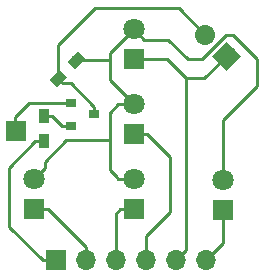
<source format=gbr>
G04 #@! TF.GenerationSoftware,KiCad,Pcbnew,5.0.1*
G04 #@! TF.CreationDate,2019-01-22T17:41:17+05:30*
G04 #@! TF.ProjectId,traffic,747261666669632E6B696361645F7063,rev?*
G04 #@! TF.SameCoordinates,Original*
G04 #@! TF.FileFunction,Copper,L2,Bot,Signal*
G04 #@! TF.FilePolarity,Positive*
%FSLAX46Y46*%
G04 Gerber Fmt 4.6, Leading zero omitted, Abs format (unit mm)*
G04 Created by KiCad (PCBNEW 5.0.1) date Tue 22 Jan 2019 05:41:17 PM IST*
%MOMM*%
%LPD*%
G01*
G04 APERTURE LIST*
G04 #@! TA.AperFunction,SMDPad,CuDef*
%ADD10R,0.900000X1.200000*%
G04 #@! TD*
G04 #@! TA.AperFunction,ComponentPad*
%ADD11R,1.700000X1.700000*%
G04 #@! TD*
G04 #@! TA.AperFunction,SMDPad,CuDef*
%ADD12R,0.900000X0.800000*%
G04 #@! TD*
G04 #@! TA.AperFunction,ComponentPad*
%ADD13C,1.700000*%
G04 #@! TD*
G04 #@! TA.AperFunction,Conductor*
%ADD14C,1.700000*%
G04 #@! TD*
G04 #@! TA.AperFunction,Conductor*
%ADD15C,0.100000*%
G04 #@! TD*
G04 #@! TA.AperFunction,ComponentPad*
%ADD16C,1.800000*%
G04 #@! TD*
G04 #@! TA.AperFunction,ComponentPad*
%ADD17R,1.800000X1.800000*%
G04 #@! TD*
G04 #@! TA.AperFunction,ComponentPad*
%ADD18O,1.700000X1.700000*%
G04 #@! TD*
G04 #@! TA.AperFunction,SMDPad,CuDef*
%ADD19C,0.900000*%
G04 #@! TD*
G04 #@! TA.AperFunction,Conductor*
%ADD20C,0.250000*%
G04 #@! TD*
G04 APERTURE END LIST*
D10*
G04 #@! TO.P,R2,2*
G04 #@! TO.N,Net-(J1-Pad1)*
X139700000Y-95600000D03*
G04 #@! TO.P,R2,1*
G04 #@! TO.N,Net-(Q1-Pad1)*
X139700000Y-93400000D03*
G04 #@! TD*
D11*
G04 #@! TO.P,J3,1*
G04 #@! TO.N,+5C*
X137400000Y-94700000D03*
G04 #@! TD*
D12*
G04 #@! TO.P,Q1,3*
G04 #@! TO.N,Net-(J2-Pad2)*
X144000000Y-93300000D03*
G04 #@! TO.P,Q1,2*
G04 #@! TO.N,+5C*
X142000000Y-92350000D03*
G04 #@! TO.P,Q1,1*
G04 #@! TO.N,Net-(Q1-Pad1)*
X142000000Y-94250000D03*
G04 #@! TD*
D13*
G04 #@! TO.P,J2,2*
G04 #@! TO.N,Net-(J2-Pad2)*
X153397949Y-86595949D03*
D14*
G04 #@! TD*
G04 #@! TO.N,Net-(J2-Pad2)*
G04 #@! TO.C,J2*
X153397949Y-86595949D02*
X153397949Y-86595949D01*
D13*
G04 #@! TO.P,J2,1*
G04 #@! TO.N,Net-(D5-Pad1)*
X155194000Y-88392000D03*
D15*
G04 #@! TD*
G04 #@! TO.N,Net-(D5-Pad1)*
G04 #@! TO.C,J2*
G36*
X155194000Y-87189918D02*
X156396082Y-88392000D01*
X155194000Y-89594082D01*
X153991918Y-88392000D01*
X155194000Y-87189918D01*
X155194000Y-87189918D01*
G37*
D16*
G04 #@! TO.P,D5,2*
G04 #@! TO.N,Net-(D1-Pad2)*
X147320000Y-86106000D03*
D17*
G04 #@! TO.P,D5,1*
G04 #@! TO.N,Net-(D5-Pad1)*
X147320000Y-88646000D03*
G04 #@! TD*
G04 #@! TO.P,D4,1*
G04 #@! TO.N,Net-(D4-Pad1)*
X147320000Y-94996000D03*
D16*
G04 #@! TO.P,D4,2*
G04 #@! TO.N,Net-(D1-Pad2)*
X147320000Y-92456000D03*
G04 #@! TD*
G04 #@! TO.P,D3,2*
G04 #@! TO.N,Net-(D1-Pad2)*
X154900000Y-98860000D03*
D17*
G04 #@! TO.P,D3,1*
G04 #@! TO.N,Net-(D3-Pad1)*
X154900000Y-101400000D03*
G04 #@! TD*
G04 #@! TO.P,D2,1*
G04 #@! TO.N,Net-(D2-Pad1)*
X147320000Y-101346000D03*
D16*
G04 #@! TO.P,D2,2*
G04 #@! TO.N,Net-(D1-Pad2)*
X147320000Y-98806000D03*
G04 #@! TD*
G04 #@! TO.P,D1,2*
G04 #@! TO.N,Net-(D1-Pad2)*
X138900000Y-98760000D03*
D17*
G04 #@! TO.P,D1,1*
G04 #@! TO.N,Net-(D1-Pad1)*
X138900000Y-101300000D03*
G04 #@! TD*
D18*
G04 #@! TO.P,J1,6*
G04 #@! TO.N,Net-(D3-Pad1)*
X153416000Y-105664000D03*
G04 #@! TO.P,J1,5*
G04 #@! TO.N,Net-(D5-Pad1)*
X150876000Y-105664000D03*
G04 #@! TO.P,J1,4*
G04 #@! TO.N,Net-(D4-Pad1)*
X148336000Y-105664000D03*
G04 #@! TO.P,J1,3*
G04 #@! TO.N,Net-(D2-Pad1)*
X145796000Y-105664000D03*
G04 #@! TO.P,J1,2*
G04 #@! TO.N,Net-(D1-Pad1)*
X143256000Y-105664000D03*
D11*
G04 #@! TO.P,J1,1*
G04 #@! TO.N,Net-(J1-Pad1)*
X140716000Y-105664000D03*
G04 #@! TD*
D19*
G04 #@! TO.P,R1,2*
G04 #@! TO.N,Net-(J2-Pad2)*
X140922183Y-90277817D03*
D15*
G04 #@! TD*
G04 #@! TO.N,Net-(J2-Pad2)*
G04 #@! TO.C,R1*
G36*
X141028249Y-89535355D02*
X141664645Y-90171751D01*
X140816117Y-91020279D01*
X140179721Y-90383883D01*
X141028249Y-89535355D01*
X141028249Y-89535355D01*
G37*
D19*
G04 #@! TO.P,R1,1*
G04 #@! TO.N,Net-(D1-Pad2)*
X142477817Y-88722183D03*
D15*
G04 #@! TD*
G04 #@! TO.N,Net-(D1-Pad2)*
G04 #@! TO.C,R1*
G36*
X142583883Y-87979721D02*
X143220279Y-88616117D01*
X142371751Y-89464645D01*
X141735355Y-88828249D01*
X142583883Y-87979721D01*
X142583883Y-87979721D01*
G37*
D20*
G04 #@! TO.N,Net-(D1-Pad2)*
X147320000Y-86106000D02*
X145288000Y-88138000D01*
X145288000Y-90424000D02*
X147320000Y-92456000D01*
X147320000Y-92456000D02*
X146047208Y-92456000D01*
X146047208Y-92456000D02*
X145288000Y-93215208D01*
X145796000Y-98554792D02*
X145796000Y-98552000D01*
X146047208Y-98806000D02*
X145796000Y-98554792D01*
X147320000Y-98806000D02*
X146047208Y-98806000D01*
X145288000Y-98044000D02*
X145796000Y-98552000D01*
X145288000Y-93215208D02*
X145288000Y-95504000D01*
X145288000Y-95504000D02*
X145288000Y-98044000D01*
X145288000Y-88900000D02*
X145288000Y-90424000D01*
X139799999Y-97860001D02*
X139799999Y-97300001D01*
X138900000Y-98760000D02*
X139799999Y-97860001D01*
X141596000Y-95504000D02*
X145288000Y-95504000D01*
X139799999Y-97300001D02*
X141596000Y-95504000D01*
X148219999Y-87005999D02*
X150251999Y-87005999D01*
X147320000Y-86106000D02*
X148219999Y-87005999D01*
X150251999Y-87005999D02*
X151892000Y-88646000D01*
X153086900Y-88646000D02*
X155118900Y-86614000D01*
X151892000Y-88646000D02*
X153086900Y-88646000D01*
X155118900Y-86614000D02*
X155702000Y-86614000D01*
X155702000Y-86614000D02*
X157734000Y-88646000D01*
X157734000Y-88646000D02*
X157734000Y-90932000D01*
X154900000Y-93766000D02*
X154900000Y-94488000D01*
X157734000Y-90932000D02*
X154900000Y-93766000D01*
X154900000Y-94488000D02*
X154900000Y-98860000D01*
X145265817Y-88722183D02*
X145288000Y-88700000D01*
X142477817Y-88722183D02*
X145265817Y-88722183D01*
X145288000Y-88138000D02*
X145288000Y-88700000D01*
X145288000Y-88700000D02*
X145288000Y-88900000D01*
G04 #@! TO.N,Net-(D1-Pad1)*
X143256000Y-104506000D02*
X143256000Y-105664000D01*
X140050000Y-101300000D02*
X143256000Y-104506000D01*
X138900000Y-101300000D02*
X140050000Y-101300000D01*
G04 #@! TO.N,Net-(D2-Pad1)*
X145796000Y-101720000D02*
X145796000Y-104461919D01*
X146170000Y-101346000D02*
X145796000Y-101720000D01*
X147320000Y-101346000D02*
X146170000Y-101346000D01*
X145796000Y-104461919D02*
X145796000Y-105664000D01*
G04 #@! TO.N,Net-(D3-Pad1)*
X154900000Y-104180000D02*
X153416000Y-105664000D01*
X154900000Y-101400000D02*
X154900000Y-104180000D01*
G04 #@! TO.N,Net-(D4-Pad1)*
X148470000Y-94996000D02*
X150368000Y-96894000D01*
X147320000Y-94996000D02*
X148470000Y-94996000D01*
X150368000Y-96894000D02*
X150368000Y-101600000D01*
X150368000Y-101600000D02*
X148336000Y-103632000D01*
X148336000Y-103632000D02*
X148336000Y-105664000D01*
G04 #@! TO.N,Net-(D5-Pad1)*
X150114000Y-88646000D02*
X147320000Y-88646000D01*
X151725999Y-90257999D02*
X150114000Y-88646000D01*
X151725999Y-104814001D02*
X151725999Y-90257999D01*
X150876000Y-105664000D02*
X151725999Y-104814001D01*
X153328001Y-90257999D02*
X155194000Y-88392000D01*
X151725999Y-90257999D02*
X153328001Y-90257999D01*
G04 #@! TO.N,+5C*
X137300000Y-93500000D02*
X137300000Y-94600000D01*
X138450000Y-92350000D02*
X137300000Y-93500000D01*
X142000000Y-92350000D02*
X138450000Y-92350000D01*
G04 #@! TO.N,Net-(J2-Pad2)*
X144018000Y-84328000D02*
X151130000Y-84328000D01*
X151130000Y-84328000D02*
X153397949Y-86595949D01*
X140922183Y-87423817D02*
X142700000Y-85646000D01*
X140922183Y-90277817D02*
X140922183Y-87423817D01*
X142700000Y-85646000D02*
X144018000Y-84328000D01*
X141311091Y-90666725D02*
X140922183Y-90277817D01*
X142016725Y-90666725D02*
X141311091Y-90666725D01*
X144000000Y-92650000D02*
X142016725Y-90666725D01*
X144000000Y-93300000D02*
X144000000Y-92650000D01*
G04 #@! TO.N,Net-(J1-Pad1)*
X139616000Y-105664000D02*
X140716000Y-105664000D01*
X136774000Y-102822000D02*
X139616000Y-105664000D01*
X136774000Y-98776000D02*
X136774000Y-102822000D01*
X136774000Y-97826000D02*
X136774000Y-98600000D01*
X139000000Y-95600000D02*
X136774000Y-97826000D01*
X139700000Y-95600000D02*
X139000000Y-95600000D01*
X136774000Y-98776000D02*
X136774000Y-98600000D01*
X136774000Y-98600000D02*
X136774000Y-98226000D01*
G04 #@! TO.N,Net-(Q1-Pad1)*
X139700000Y-93400000D02*
X140400000Y-93400000D01*
X141250000Y-94250000D02*
X142000000Y-94250000D01*
X140400000Y-93400000D02*
X141250000Y-94250000D01*
G04 #@! TD*
M02*

</source>
